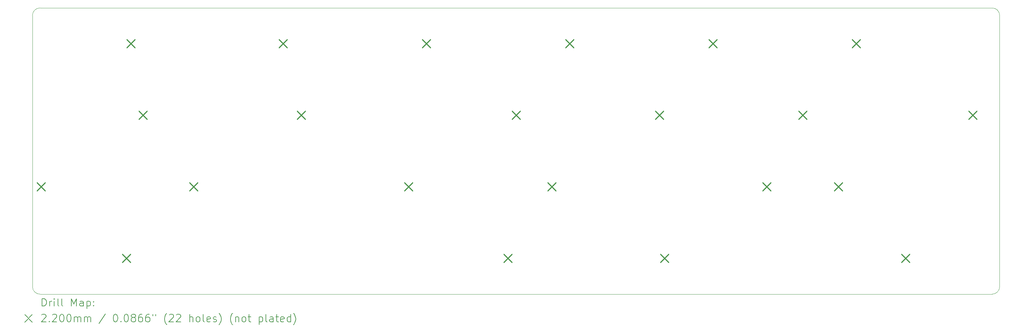
<source format=gbr>
%TF.GenerationSoftware,KiCad,Pcbnew,7.0.5.1-1-g8f565ef7f0-dirty-deb11*%
%TF.CreationDate,Date%
%TF.ProjectId,plate,706c6174-652e-46b6-9963-61645f706362,rev?*%
%TF.SameCoordinates,Original*%
%TF.FileFunction,Drillmap*%
%TF.FilePolarity,Positive*%
%FSLAX45Y45*%
G04 Gerber Fmt 4.5, Leading zero omitted, Abs format (unit mm)*
G04 Created by KiCad*
%MOMM*%
%LPD*%
G01*
G04 APERTURE LIST*
%ADD10C,0.100000*%
%ADD11C,0.200000*%
%ADD12C,0.220000*%
G04 APERTURE END LIST*
D10*
X2136375Y-5359750D02*
G75*
G03*
X1936375Y-5559750I0J-200000D01*
G01*
X1936375Y-12779750D02*
X1936375Y-5559750D01*
X27653875Y-5559750D02*
X27653875Y-12779750D01*
X27453875Y-12979745D02*
G75*
G03*
X27653875Y-12779750I5J199995D01*
G01*
X1936375Y-12779750D02*
G75*
G03*
X2136375Y-12979750I200000J0D01*
G01*
X27453875Y-5359750D02*
X2136375Y-5359750D01*
X2136375Y-12979750D02*
X27453875Y-12979750D01*
X27653880Y-5559750D02*
G75*
G03*
X27453875Y-5359750I-200000J0D01*
G01*
D11*
D12*
X2057000Y-10012250D02*
X2277000Y-10232250D01*
X2277000Y-10012250D02*
X2057000Y-10232250D01*
X4326688Y-11917250D02*
X4546688Y-12137250D01*
X4546688Y-11917250D02*
X4326688Y-12137250D01*
X4445750Y-6202250D02*
X4665750Y-6422250D01*
X4665750Y-6202250D02*
X4445750Y-6422250D01*
X4764500Y-8107250D02*
X4984500Y-8327250D01*
X4984500Y-8107250D02*
X4764500Y-8327250D01*
X6112625Y-10012250D02*
X6332625Y-10232250D01*
X6332625Y-10012250D02*
X6112625Y-10232250D01*
X8493875Y-6202250D02*
X8713875Y-6422250D01*
X8713875Y-6202250D02*
X8493875Y-6422250D01*
X8970125Y-8107250D02*
X9190125Y-8327250D01*
X9190125Y-8107250D02*
X8970125Y-8327250D01*
X11827625Y-10012250D02*
X12047625Y-10232250D01*
X12047625Y-10012250D02*
X11827625Y-10232250D01*
X12303875Y-6202250D02*
X12523875Y-6422250D01*
X12523875Y-6202250D02*
X12303875Y-6422250D01*
X14465862Y-11917215D02*
X14685862Y-12137215D01*
X14685862Y-11917215D02*
X14465862Y-12137215D01*
X14687625Y-8107250D02*
X14907625Y-8327250D01*
X14907625Y-8107250D02*
X14687625Y-8327250D01*
X15637625Y-10012250D02*
X15857625Y-10232250D01*
X15857625Y-10012250D02*
X15637625Y-10232250D01*
X16113875Y-6202250D02*
X16333875Y-6422250D01*
X16333875Y-6202250D02*
X16113875Y-6422250D01*
X18495125Y-8107250D02*
X18715125Y-8327250D01*
X18715125Y-8107250D02*
X18495125Y-8327250D01*
X18633050Y-11917250D02*
X18853050Y-12137250D01*
X18853050Y-11917250D02*
X18633050Y-12137250D01*
X19923875Y-6202250D02*
X20143875Y-6422250D01*
X20143875Y-6202250D02*
X19923875Y-6422250D01*
X21352625Y-10012250D02*
X21572625Y-10232250D01*
X21572625Y-10012250D02*
X21352625Y-10232250D01*
X22305125Y-8107250D02*
X22525125Y-8327250D01*
X22525125Y-8107250D02*
X22305125Y-8327250D01*
X23257625Y-10012250D02*
X23477625Y-10232250D01*
X23477625Y-10012250D02*
X23257625Y-10232250D01*
X23733875Y-6202250D02*
X23953875Y-6422250D01*
X23953875Y-6202250D02*
X23733875Y-6422250D01*
X25043562Y-11917250D02*
X25263562Y-12137250D01*
X25263562Y-11917250D02*
X25043562Y-12137250D01*
X26829500Y-8107250D02*
X27049500Y-8327250D01*
X27049500Y-8107250D02*
X26829500Y-8327250D01*
D11*
X2192152Y-13296234D02*
X2192152Y-13096234D01*
X2192152Y-13096234D02*
X2239771Y-13096234D01*
X2239771Y-13096234D02*
X2268342Y-13105758D01*
X2268342Y-13105758D02*
X2287390Y-13124805D01*
X2287390Y-13124805D02*
X2296914Y-13143853D01*
X2296914Y-13143853D02*
X2306438Y-13181948D01*
X2306438Y-13181948D02*
X2306438Y-13210519D01*
X2306438Y-13210519D02*
X2296914Y-13248615D01*
X2296914Y-13248615D02*
X2287390Y-13267662D01*
X2287390Y-13267662D02*
X2268342Y-13286710D01*
X2268342Y-13286710D02*
X2239771Y-13296234D01*
X2239771Y-13296234D02*
X2192152Y-13296234D01*
X2392152Y-13296234D02*
X2392152Y-13162900D01*
X2392152Y-13200996D02*
X2401676Y-13181948D01*
X2401676Y-13181948D02*
X2411199Y-13172424D01*
X2411199Y-13172424D02*
X2430247Y-13162900D01*
X2430247Y-13162900D02*
X2449295Y-13162900D01*
X2515961Y-13296234D02*
X2515961Y-13162900D01*
X2515961Y-13096234D02*
X2506438Y-13105758D01*
X2506438Y-13105758D02*
X2515961Y-13115281D01*
X2515961Y-13115281D02*
X2525485Y-13105758D01*
X2525485Y-13105758D02*
X2515961Y-13096234D01*
X2515961Y-13096234D02*
X2515961Y-13115281D01*
X2639771Y-13296234D02*
X2620723Y-13286710D01*
X2620723Y-13286710D02*
X2611199Y-13267662D01*
X2611199Y-13267662D02*
X2611199Y-13096234D01*
X2744533Y-13296234D02*
X2725485Y-13286710D01*
X2725485Y-13286710D02*
X2715961Y-13267662D01*
X2715961Y-13267662D02*
X2715961Y-13096234D01*
X2973104Y-13296234D02*
X2973104Y-13096234D01*
X2973104Y-13096234D02*
X3039771Y-13239091D01*
X3039771Y-13239091D02*
X3106437Y-13096234D01*
X3106437Y-13096234D02*
X3106437Y-13296234D01*
X3287390Y-13296234D02*
X3287390Y-13191472D01*
X3287390Y-13191472D02*
X3277866Y-13172424D01*
X3277866Y-13172424D02*
X3258818Y-13162900D01*
X3258818Y-13162900D02*
X3220723Y-13162900D01*
X3220723Y-13162900D02*
X3201676Y-13172424D01*
X3287390Y-13286710D02*
X3268342Y-13296234D01*
X3268342Y-13296234D02*
X3220723Y-13296234D01*
X3220723Y-13296234D02*
X3201676Y-13286710D01*
X3201676Y-13286710D02*
X3192152Y-13267662D01*
X3192152Y-13267662D02*
X3192152Y-13248615D01*
X3192152Y-13248615D02*
X3201676Y-13229567D01*
X3201676Y-13229567D02*
X3220723Y-13220043D01*
X3220723Y-13220043D02*
X3268342Y-13220043D01*
X3268342Y-13220043D02*
X3287390Y-13210519D01*
X3382628Y-13162900D02*
X3382628Y-13362900D01*
X3382628Y-13172424D02*
X3401676Y-13162900D01*
X3401676Y-13162900D02*
X3439771Y-13162900D01*
X3439771Y-13162900D02*
X3458818Y-13172424D01*
X3458818Y-13172424D02*
X3468342Y-13181948D01*
X3468342Y-13181948D02*
X3477866Y-13200996D01*
X3477866Y-13200996D02*
X3477866Y-13258138D01*
X3477866Y-13258138D02*
X3468342Y-13277186D01*
X3468342Y-13277186D02*
X3458818Y-13286710D01*
X3458818Y-13286710D02*
X3439771Y-13296234D01*
X3439771Y-13296234D02*
X3401676Y-13296234D01*
X3401676Y-13296234D02*
X3382628Y-13286710D01*
X3563580Y-13277186D02*
X3573104Y-13286710D01*
X3573104Y-13286710D02*
X3563580Y-13296234D01*
X3563580Y-13296234D02*
X3554057Y-13286710D01*
X3554057Y-13286710D02*
X3563580Y-13277186D01*
X3563580Y-13277186D02*
X3563580Y-13296234D01*
X3563580Y-13172424D02*
X3573104Y-13181948D01*
X3573104Y-13181948D02*
X3563580Y-13191472D01*
X3563580Y-13191472D02*
X3554057Y-13181948D01*
X3554057Y-13181948D02*
X3563580Y-13172424D01*
X3563580Y-13172424D02*
X3563580Y-13191472D01*
X1731375Y-13524750D02*
X1931375Y-13724750D01*
X1931375Y-13524750D02*
X1731375Y-13724750D01*
X2182628Y-13535281D02*
X2192152Y-13525758D01*
X2192152Y-13525758D02*
X2211199Y-13516234D01*
X2211199Y-13516234D02*
X2258819Y-13516234D01*
X2258819Y-13516234D02*
X2277866Y-13525758D01*
X2277866Y-13525758D02*
X2287390Y-13535281D01*
X2287390Y-13535281D02*
X2296914Y-13554329D01*
X2296914Y-13554329D02*
X2296914Y-13573377D01*
X2296914Y-13573377D02*
X2287390Y-13601948D01*
X2287390Y-13601948D02*
X2173104Y-13716234D01*
X2173104Y-13716234D02*
X2296914Y-13716234D01*
X2382628Y-13697186D02*
X2392152Y-13706710D01*
X2392152Y-13706710D02*
X2382628Y-13716234D01*
X2382628Y-13716234D02*
X2373104Y-13706710D01*
X2373104Y-13706710D02*
X2382628Y-13697186D01*
X2382628Y-13697186D02*
X2382628Y-13716234D01*
X2468342Y-13535281D02*
X2477866Y-13525758D01*
X2477866Y-13525758D02*
X2496914Y-13516234D01*
X2496914Y-13516234D02*
X2544533Y-13516234D01*
X2544533Y-13516234D02*
X2563580Y-13525758D01*
X2563580Y-13525758D02*
X2573104Y-13535281D01*
X2573104Y-13535281D02*
X2582628Y-13554329D01*
X2582628Y-13554329D02*
X2582628Y-13573377D01*
X2582628Y-13573377D02*
X2573104Y-13601948D01*
X2573104Y-13601948D02*
X2458819Y-13716234D01*
X2458819Y-13716234D02*
X2582628Y-13716234D01*
X2706438Y-13516234D02*
X2725485Y-13516234D01*
X2725485Y-13516234D02*
X2744533Y-13525758D01*
X2744533Y-13525758D02*
X2754057Y-13535281D01*
X2754057Y-13535281D02*
X2763580Y-13554329D01*
X2763580Y-13554329D02*
X2773104Y-13592424D01*
X2773104Y-13592424D02*
X2773104Y-13640043D01*
X2773104Y-13640043D02*
X2763580Y-13678138D01*
X2763580Y-13678138D02*
X2754057Y-13697186D01*
X2754057Y-13697186D02*
X2744533Y-13706710D01*
X2744533Y-13706710D02*
X2725485Y-13716234D01*
X2725485Y-13716234D02*
X2706438Y-13716234D01*
X2706438Y-13716234D02*
X2687390Y-13706710D01*
X2687390Y-13706710D02*
X2677866Y-13697186D01*
X2677866Y-13697186D02*
X2668342Y-13678138D01*
X2668342Y-13678138D02*
X2658819Y-13640043D01*
X2658819Y-13640043D02*
X2658819Y-13592424D01*
X2658819Y-13592424D02*
X2668342Y-13554329D01*
X2668342Y-13554329D02*
X2677866Y-13535281D01*
X2677866Y-13535281D02*
X2687390Y-13525758D01*
X2687390Y-13525758D02*
X2706438Y-13516234D01*
X2896914Y-13516234D02*
X2915961Y-13516234D01*
X2915961Y-13516234D02*
X2935009Y-13525758D01*
X2935009Y-13525758D02*
X2944533Y-13535281D01*
X2944533Y-13535281D02*
X2954057Y-13554329D01*
X2954057Y-13554329D02*
X2963580Y-13592424D01*
X2963580Y-13592424D02*
X2963580Y-13640043D01*
X2963580Y-13640043D02*
X2954057Y-13678138D01*
X2954057Y-13678138D02*
X2944533Y-13697186D01*
X2944533Y-13697186D02*
X2935009Y-13706710D01*
X2935009Y-13706710D02*
X2915961Y-13716234D01*
X2915961Y-13716234D02*
X2896914Y-13716234D01*
X2896914Y-13716234D02*
X2877866Y-13706710D01*
X2877866Y-13706710D02*
X2868342Y-13697186D01*
X2868342Y-13697186D02*
X2858818Y-13678138D01*
X2858818Y-13678138D02*
X2849295Y-13640043D01*
X2849295Y-13640043D02*
X2849295Y-13592424D01*
X2849295Y-13592424D02*
X2858818Y-13554329D01*
X2858818Y-13554329D02*
X2868342Y-13535281D01*
X2868342Y-13535281D02*
X2877866Y-13525758D01*
X2877866Y-13525758D02*
X2896914Y-13516234D01*
X3049295Y-13716234D02*
X3049295Y-13582900D01*
X3049295Y-13601948D02*
X3058818Y-13592424D01*
X3058818Y-13592424D02*
X3077866Y-13582900D01*
X3077866Y-13582900D02*
X3106438Y-13582900D01*
X3106438Y-13582900D02*
X3125485Y-13592424D01*
X3125485Y-13592424D02*
X3135009Y-13611472D01*
X3135009Y-13611472D02*
X3135009Y-13716234D01*
X3135009Y-13611472D02*
X3144533Y-13592424D01*
X3144533Y-13592424D02*
X3163580Y-13582900D01*
X3163580Y-13582900D02*
X3192152Y-13582900D01*
X3192152Y-13582900D02*
X3211199Y-13592424D01*
X3211199Y-13592424D02*
X3220723Y-13611472D01*
X3220723Y-13611472D02*
X3220723Y-13716234D01*
X3315961Y-13716234D02*
X3315961Y-13582900D01*
X3315961Y-13601948D02*
X3325485Y-13592424D01*
X3325485Y-13592424D02*
X3344533Y-13582900D01*
X3344533Y-13582900D02*
X3373104Y-13582900D01*
X3373104Y-13582900D02*
X3392152Y-13592424D01*
X3392152Y-13592424D02*
X3401676Y-13611472D01*
X3401676Y-13611472D02*
X3401676Y-13716234D01*
X3401676Y-13611472D02*
X3411199Y-13592424D01*
X3411199Y-13592424D02*
X3430247Y-13582900D01*
X3430247Y-13582900D02*
X3458818Y-13582900D01*
X3458818Y-13582900D02*
X3477866Y-13592424D01*
X3477866Y-13592424D02*
X3487390Y-13611472D01*
X3487390Y-13611472D02*
X3487390Y-13716234D01*
X3877866Y-13506710D02*
X3706438Y-13763853D01*
X4135009Y-13516234D02*
X4154057Y-13516234D01*
X4154057Y-13516234D02*
X4173104Y-13525758D01*
X4173104Y-13525758D02*
X4182628Y-13535281D01*
X4182628Y-13535281D02*
X4192152Y-13554329D01*
X4192152Y-13554329D02*
X4201676Y-13592424D01*
X4201676Y-13592424D02*
X4201676Y-13640043D01*
X4201676Y-13640043D02*
X4192152Y-13678138D01*
X4192152Y-13678138D02*
X4182628Y-13697186D01*
X4182628Y-13697186D02*
X4173104Y-13706710D01*
X4173104Y-13706710D02*
X4154057Y-13716234D01*
X4154057Y-13716234D02*
X4135009Y-13716234D01*
X4135009Y-13716234D02*
X4115961Y-13706710D01*
X4115961Y-13706710D02*
X4106438Y-13697186D01*
X4106438Y-13697186D02*
X4096914Y-13678138D01*
X4096914Y-13678138D02*
X4087390Y-13640043D01*
X4087390Y-13640043D02*
X4087390Y-13592424D01*
X4087390Y-13592424D02*
X4096914Y-13554329D01*
X4096914Y-13554329D02*
X4106438Y-13535281D01*
X4106438Y-13535281D02*
X4115961Y-13525758D01*
X4115961Y-13525758D02*
X4135009Y-13516234D01*
X4287390Y-13697186D02*
X4296914Y-13706710D01*
X4296914Y-13706710D02*
X4287390Y-13716234D01*
X4287390Y-13716234D02*
X4277866Y-13706710D01*
X4277866Y-13706710D02*
X4287390Y-13697186D01*
X4287390Y-13697186D02*
X4287390Y-13716234D01*
X4420723Y-13516234D02*
X4439771Y-13516234D01*
X4439771Y-13516234D02*
X4458819Y-13525758D01*
X4458819Y-13525758D02*
X4468343Y-13535281D01*
X4468343Y-13535281D02*
X4477866Y-13554329D01*
X4477866Y-13554329D02*
X4487390Y-13592424D01*
X4487390Y-13592424D02*
X4487390Y-13640043D01*
X4487390Y-13640043D02*
X4477866Y-13678138D01*
X4477866Y-13678138D02*
X4468343Y-13697186D01*
X4468343Y-13697186D02*
X4458819Y-13706710D01*
X4458819Y-13706710D02*
X4439771Y-13716234D01*
X4439771Y-13716234D02*
X4420723Y-13716234D01*
X4420723Y-13716234D02*
X4401676Y-13706710D01*
X4401676Y-13706710D02*
X4392152Y-13697186D01*
X4392152Y-13697186D02*
X4382628Y-13678138D01*
X4382628Y-13678138D02*
X4373104Y-13640043D01*
X4373104Y-13640043D02*
X4373104Y-13592424D01*
X4373104Y-13592424D02*
X4382628Y-13554329D01*
X4382628Y-13554329D02*
X4392152Y-13535281D01*
X4392152Y-13535281D02*
X4401676Y-13525758D01*
X4401676Y-13525758D02*
X4420723Y-13516234D01*
X4601676Y-13601948D02*
X4582628Y-13592424D01*
X4582628Y-13592424D02*
X4573104Y-13582900D01*
X4573104Y-13582900D02*
X4563581Y-13563853D01*
X4563581Y-13563853D02*
X4563581Y-13554329D01*
X4563581Y-13554329D02*
X4573104Y-13535281D01*
X4573104Y-13535281D02*
X4582628Y-13525758D01*
X4582628Y-13525758D02*
X4601676Y-13516234D01*
X4601676Y-13516234D02*
X4639771Y-13516234D01*
X4639771Y-13516234D02*
X4658819Y-13525758D01*
X4658819Y-13525758D02*
X4668343Y-13535281D01*
X4668343Y-13535281D02*
X4677866Y-13554329D01*
X4677866Y-13554329D02*
X4677866Y-13563853D01*
X4677866Y-13563853D02*
X4668343Y-13582900D01*
X4668343Y-13582900D02*
X4658819Y-13592424D01*
X4658819Y-13592424D02*
X4639771Y-13601948D01*
X4639771Y-13601948D02*
X4601676Y-13601948D01*
X4601676Y-13601948D02*
X4582628Y-13611472D01*
X4582628Y-13611472D02*
X4573104Y-13620996D01*
X4573104Y-13620996D02*
X4563581Y-13640043D01*
X4563581Y-13640043D02*
X4563581Y-13678138D01*
X4563581Y-13678138D02*
X4573104Y-13697186D01*
X4573104Y-13697186D02*
X4582628Y-13706710D01*
X4582628Y-13706710D02*
X4601676Y-13716234D01*
X4601676Y-13716234D02*
X4639771Y-13716234D01*
X4639771Y-13716234D02*
X4658819Y-13706710D01*
X4658819Y-13706710D02*
X4668343Y-13697186D01*
X4668343Y-13697186D02*
X4677866Y-13678138D01*
X4677866Y-13678138D02*
X4677866Y-13640043D01*
X4677866Y-13640043D02*
X4668343Y-13620996D01*
X4668343Y-13620996D02*
X4658819Y-13611472D01*
X4658819Y-13611472D02*
X4639771Y-13601948D01*
X4849295Y-13516234D02*
X4811200Y-13516234D01*
X4811200Y-13516234D02*
X4792152Y-13525758D01*
X4792152Y-13525758D02*
X4782628Y-13535281D01*
X4782628Y-13535281D02*
X4763581Y-13563853D01*
X4763581Y-13563853D02*
X4754057Y-13601948D01*
X4754057Y-13601948D02*
X4754057Y-13678138D01*
X4754057Y-13678138D02*
X4763581Y-13697186D01*
X4763581Y-13697186D02*
X4773104Y-13706710D01*
X4773104Y-13706710D02*
X4792152Y-13716234D01*
X4792152Y-13716234D02*
X4830247Y-13716234D01*
X4830247Y-13716234D02*
X4849295Y-13706710D01*
X4849295Y-13706710D02*
X4858819Y-13697186D01*
X4858819Y-13697186D02*
X4868343Y-13678138D01*
X4868343Y-13678138D02*
X4868343Y-13630519D01*
X4868343Y-13630519D02*
X4858819Y-13611472D01*
X4858819Y-13611472D02*
X4849295Y-13601948D01*
X4849295Y-13601948D02*
X4830247Y-13592424D01*
X4830247Y-13592424D02*
X4792152Y-13592424D01*
X4792152Y-13592424D02*
X4773104Y-13601948D01*
X4773104Y-13601948D02*
X4763581Y-13611472D01*
X4763581Y-13611472D02*
X4754057Y-13630519D01*
X5039771Y-13516234D02*
X5001676Y-13516234D01*
X5001676Y-13516234D02*
X4982628Y-13525758D01*
X4982628Y-13525758D02*
X4973104Y-13535281D01*
X4973104Y-13535281D02*
X4954057Y-13563853D01*
X4954057Y-13563853D02*
X4944533Y-13601948D01*
X4944533Y-13601948D02*
X4944533Y-13678138D01*
X4944533Y-13678138D02*
X4954057Y-13697186D01*
X4954057Y-13697186D02*
X4963581Y-13706710D01*
X4963581Y-13706710D02*
X4982628Y-13716234D01*
X4982628Y-13716234D02*
X5020724Y-13716234D01*
X5020724Y-13716234D02*
X5039771Y-13706710D01*
X5039771Y-13706710D02*
X5049295Y-13697186D01*
X5049295Y-13697186D02*
X5058819Y-13678138D01*
X5058819Y-13678138D02*
X5058819Y-13630519D01*
X5058819Y-13630519D02*
X5049295Y-13611472D01*
X5049295Y-13611472D02*
X5039771Y-13601948D01*
X5039771Y-13601948D02*
X5020724Y-13592424D01*
X5020724Y-13592424D02*
X4982628Y-13592424D01*
X4982628Y-13592424D02*
X4963581Y-13601948D01*
X4963581Y-13601948D02*
X4954057Y-13611472D01*
X4954057Y-13611472D02*
X4944533Y-13630519D01*
X5135009Y-13516234D02*
X5135009Y-13554329D01*
X5211200Y-13516234D02*
X5211200Y-13554329D01*
X5506438Y-13792424D02*
X5496914Y-13782900D01*
X5496914Y-13782900D02*
X5477866Y-13754329D01*
X5477866Y-13754329D02*
X5468343Y-13735281D01*
X5468343Y-13735281D02*
X5458819Y-13706710D01*
X5458819Y-13706710D02*
X5449295Y-13659091D01*
X5449295Y-13659091D02*
X5449295Y-13620996D01*
X5449295Y-13620996D02*
X5458819Y-13573377D01*
X5458819Y-13573377D02*
X5468343Y-13544805D01*
X5468343Y-13544805D02*
X5477866Y-13525758D01*
X5477866Y-13525758D02*
X5496914Y-13497186D01*
X5496914Y-13497186D02*
X5506438Y-13487662D01*
X5573105Y-13535281D02*
X5582628Y-13525758D01*
X5582628Y-13525758D02*
X5601676Y-13516234D01*
X5601676Y-13516234D02*
X5649295Y-13516234D01*
X5649295Y-13516234D02*
X5668343Y-13525758D01*
X5668343Y-13525758D02*
X5677866Y-13535281D01*
X5677866Y-13535281D02*
X5687390Y-13554329D01*
X5687390Y-13554329D02*
X5687390Y-13573377D01*
X5687390Y-13573377D02*
X5677866Y-13601948D01*
X5677866Y-13601948D02*
X5563581Y-13716234D01*
X5563581Y-13716234D02*
X5687390Y-13716234D01*
X5763581Y-13535281D02*
X5773104Y-13525758D01*
X5773104Y-13525758D02*
X5792152Y-13516234D01*
X5792152Y-13516234D02*
X5839771Y-13516234D01*
X5839771Y-13516234D02*
X5858819Y-13525758D01*
X5858819Y-13525758D02*
X5868343Y-13535281D01*
X5868343Y-13535281D02*
X5877866Y-13554329D01*
X5877866Y-13554329D02*
X5877866Y-13573377D01*
X5877866Y-13573377D02*
X5868343Y-13601948D01*
X5868343Y-13601948D02*
X5754057Y-13716234D01*
X5754057Y-13716234D02*
X5877866Y-13716234D01*
X6115962Y-13716234D02*
X6115962Y-13516234D01*
X6201676Y-13716234D02*
X6201676Y-13611472D01*
X6201676Y-13611472D02*
X6192152Y-13592424D01*
X6192152Y-13592424D02*
X6173105Y-13582900D01*
X6173105Y-13582900D02*
X6144533Y-13582900D01*
X6144533Y-13582900D02*
X6125485Y-13592424D01*
X6125485Y-13592424D02*
X6115962Y-13601948D01*
X6325485Y-13716234D02*
X6306438Y-13706710D01*
X6306438Y-13706710D02*
X6296914Y-13697186D01*
X6296914Y-13697186D02*
X6287390Y-13678138D01*
X6287390Y-13678138D02*
X6287390Y-13620996D01*
X6287390Y-13620996D02*
X6296914Y-13601948D01*
X6296914Y-13601948D02*
X6306438Y-13592424D01*
X6306438Y-13592424D02*
X6325485Y-13582900D01*
X6325485Y-13582900D02*
X6354057Y-13582900D01*
X6354057Y-13582900D02*
X6373105Y-13592424D01*
X6373105Y-13592424D02*
X6382628Y-13601948D01*
X6382628Y-13601948D02*
X6392152Y-13620996D01*
X6392152Y-13620996D02*
X6392152Y-13678138D01*
X6392152Y-13678138D02*
X6382628Y-13697186D01*
X6382628Y-13697186D02*
X6373105Y-13706710D01*
X6373105Y-13706710D02*
X6354057Y-13716234D01*
X6354057Y-13716234D02*
X6325485Y-13716234D01*
X6506438Y-13716234D02*
X6487390Y-13706710D01*
X6487390Y-13706710D02*
X6477866Y-13687662D01*
X6477866Y-13687662D02*
X6477866Y-13516234D01*
X6658819Y-13706710D02*
X6639771Y-13716234D01*
X6639771Y-13716234D02*
X6601676Y-13716234D01*
X6601676Y-13716234D02*
X6582628Y-13706710D01*
X6582628Y-13706710D02*
X6573105Y-13687662D01*
X6573105Y-13687662D02*
X6573105Y-13611472D01*
X6573105Y-13611472D02*
X6582628Y-13592424D01*
X6582628Y-13592424D02*
X6601676Y-13582900D01*
X6601676Y-13582900D02*
X6639771Y-13582900D01*
X6639771Y-13582900D02*
X6658819Y-13592424D01*
X6658819Y-13592424D02*
X6668343Y-13611472D01*
X6668343Y-13611472D02*
X6668343Y-13630519D01*
X6668343Y-13630519D02*
X6573105Y-13649567D01*
X6744533Y-13706710D02*
X6763581Y-13716234D01*
X6763581Y-13716234D02*
X6801676Y-13716234D01*
X6801676Y-13716234D02*
X6820724Y-13706710D01*
X6820724Y-13706710D02*
X6830247Y-13687662D01*
X6830247Y-13687662D02*
X6830247Y-13678138D01*
X6830247Y-13678138D02*
X6820724Y-13659091D01*
X6820724Y-13659091D02*
X6801676Y-13649567D01*
X6801676Y-13649567D02*
X6773105Y-13649567D01*
X6773105Y-13649567D02*
X6754057Y-13640043D01*
X6754057Y-13640043D02*
X6744533Y-13620996D01*
X6744533Y-13620996D02*
X6744533Y-13611472D01*
X6744533Y-13611472D02*
X6754057Y-13592424D01*
X6754057Y-13592424D02*
X6773105Y-13582900D01*
X6773105Y-13582900D02*
X6801676Y-13582900D01*
X6801676Y-13582900D02*
X6820724Y-13592424D01*
X6896914Y-13792424D02*
X6906438Y-13782900D01*
X6906438Y-13782900D02*
X6925486Y-13754329D01*
X6925486Y-13754329D02*
X6935009Y-13735281D01*
X6935009Y-13735281D02*
X6944533Y-13706710D01*
X6944533Y-13706710D02*
X6954057Y-13659091D01*
X6954057Y-13659091D02*
X6954057Y-13620996D01*
X6954057Y-13620996D02*
X6944533Y-13573377D01*
X6944533Y-13573377D02*
X6935009Y-13544805D01*
X6935009Y-13544805D02*
X6925486Y-13525758D01*
X6925486Y-13525758D02*
X6906438Y-13497186D01*
X6906438Y-13497186D02*
X6896914Y-13487662D01*
X7258819Y-13792424D02*
X7249295Y-13782900D01*
X7249295Y-13782900D02*
X7230247Y-13754329D01*
X7230247Y-13754329D02*
X7220724Y-13735281D01*
X7220724Y-13735281D02*
X7211200Y-13706710D01*
X7211200Y-13706710D02*
X7201676Y-13659091D01*
X7201676Y-13659091D02*
X7201676Y-13620996D01*
X7201676Y-13620996D02*
X7211200Y-13573377D01*
X7211200Y-13573377D02*
X7220724Y-13544805D01*
X7220724Y-13544805D02*
X7230247Y-13525758D01*
X7230247Y-13525758D02*
X7249295Y-13497186D01*
X7249295Y-13497186D02*
X7258819Y-13487662D01*
X7335009Y-13582900D02*
X7335009Y-13716234D01*
X7335009Y-13601948D02*
X7344533Y-13592424D01*
X7344533Y-13592424D02*
X7363581Y-13582900D01*
X7363581Y-13582900D02*
X7392152Y-13582900D01*
X7392152Y-13582900D02*
X7411200Y-13592424D01*
X7411200Y-13592424D02*
X7420724Y-13611472D01*
X7420724Y-13611472D02*
X7420724Y-13716234D01*
X7544533Y-13716234D02*
X7525486Y-13706710D01*
X7525486Y-13706710D02*
X7515962Y-13697186D01*
X7515962Y-13697186D02*
X7506438Y-13678138D01*
X7506438Y-13678138D02*
X7506438Y-13620996D01*
X7506438Y-13620996D02*
X7515962Y-13601948D01*
X7515962Y-13601948D02*
X7525486Y-13592424D01*
X7525486Y-13592424D02*
X7544533Y-13582900D01*
X7544533Y-13582900D02*
X7573105Y-13582900D01*
X7573105Y-13582900D02*
X7592152Y-13592424D01*
X7592152Y-13592424D02*
X7601676Y-13601948D01*
X7601676Y-13601948D02*
X7611200Y-13620996D01*
X7611200Y-13620996D02*
X7611200Y-13678138D01*
X7611200Y-13678138D02*
X7601676Y-13697186D01*
X7601676Y-13697186D02*
X7592152Y-13706710D01*
X7592152Y-13706710D02*
X7573105Y-13716234D01*
X7573105Y-13716234D02*
X7544533Y-13716234D01*
X7668343Y-13582900D02*
X7744533Y-13582900D01*
X7696914Y-13516234D02*
X7696914Y-13687662D01*
X7696914Y-13687662D02*
X7706438Y-13706710D01*
X7706438Y-13706710D02*
X7725486Y-13716234D01*
X7725486Y-13716234D02*
X7744533Y-13716234D01*
X7963581Y-13582900D02*
X7963581Y-13782900D01*
X7963581Y-13592424D02*
X7982628Y-13582900D01*
X7982628Y-13582900D02*
X8020724Y-13582900D01*
X8020724Y-13582900D02*
X8039771Y-13592424D01*
X8039771Y-13592424D02*
X8049295Y-13601948D01*
X8049295Y-13601948D02*
X8058819Y-13620996D01*
X8058819Y-13620996D02*
X8058819Y-13678138D01*
X8058819Y-13678138D02*
X8049295Y-13697186D01*
X8049295Y-13697186D02*
X8039771Y-13706710D01*
X8039771Y-13706710D02*
X8020724Y-13716234D01*
X8020724Y-13716234D02*
X7982628Y-13716234D01*
X7982628Y-13716234D02*
X7963581Y-13706710D01*
X8173105Y-13716234D02*
X8154057Y-13706710D01*
X8154057Y-13706710D02*
X8144533Y-13687662D01*
X8144533Y-13687662D02*
X8144533Y-13516234D01*
X8335009Y-13716234D02*
X8335009Y-13611472D01*
X8335009Y-13611472D02*
X8325486Y-13592424D01*
X8325486Y-13592424D02*
X8306438Y-13582900D01*
X8306438Y-13582900D02*
X8268343Y-13582900D01*
X8268343Y-13582900D02*
X8249295Y-13592424D01*
X8335009Y-13706710D02*
X8315962Y-13716234D01*
X8315962Y-13716234D02*
X8268343Y-13716234D01*
X8268343Y-13716234D02*
X8249295Y-13706710D01*
X8249295Y-13706710D02*
X8239771Y-13687662D01*
X8239771Y-13687662D02*
X8239771Y-13668615D01*
X8239771Y-13668615D02*
X8249295Y-13649567D01*
X8249295Y-13649567D02*
X8268343Y-13640043D01*
X8268343Y-13640043D02*
X8315962Y-13640043D01*
X8315962Y-13640043D02*
X8335009Y-13630519D01*
X8401676Y-13582900D02*
X8477867Y-13582900D01*
X8430248Y-13516234D02*
X8430248Y-13687662D01*
X8430248Y-13687662D02*
X8439771Y-13706710D01*
X8439771Y-13706710D02*
X8458819Y-13716234D01*
X8458819Y-13716234D02*
X8477867Y-13716234D01*
X8620724Y-13706710D02*
X8601676Y-13716234D01*
X8601676Y-13716234D02*
X8563581Y-13716234D01*
X8563581Y-13716234D02*
X8544533Y-13706710D01*
X8544533Y-13706710D02*
X8535010Y-13687662D01*
X8535010Y-13687662D02*
X8535010Y-13611472D01*
X8535010Y-13611472D02*
X8544533Y-13592424D01*
X8544533Y-13592424D02*
X8563581Y-13582900D01*
X8563581Y-13582900D02*
X8601676Y-13582900D01*
X8601676Y-13582900D02*
X8620724Y-13592424D01*
X8620724Y-13592424D02*
X8630248Y-13611472D01*
X8630248Y-13611472D02*
X8630248Y-13630519D01*
X8630248Y-13630519D02*
X8535010Y-13649567D01*
X8801676Y-13716234D02*
X8801676Y-13516234D01*
X8801676Y-13706710D02*
X8782629Y-13716234D01*
X8782629Y-13716234D02*
X8744533Y-13716234D01*
X8744533Y-13716234D02*
X8725486Y-13706710D01*
X8725486Y-13706710D02*
X8715962Y-13697186D01*
X8715962Y-13697186D02*
X8706438Y-13678138D01*
X8706438Y-13678138D02*
X8706438Y-13620996D01*
X8706438Y-13620996D02*
X8715962Y-13601948D01*
X8715962Y-13601948D02*
X8725486Y-13592424D01*
X8725486Y-13592424D02*
X8744533Y-13582900D01*
X8744533Y-13582900D02*
X8782629Y-13582900D01*
X8782629Y-13582900D02*
X8801676Y-13592424D01*
X8877867Y-13792424D02*
X8887391Y-13782900D01*
X8887391Y-13782900D02*
X8906438Y-13754329D01*
X8906438Y-13754329D02*
X8915962Y-13735281D01*
X8915962Y-13735281D02*
X8925486Y-13706710D01*
X8925486Y-13706710D02*
X8935010Y-13659091D01*
X8935010Y-13659091D02*
X8935010Y-13620996D01*
X8935010Y-13620996D02*
X8925486Y-13573377D01*
X8925486Y-13573377D02*
X8915962Y-13544805D01*
X8915962Y-13544805D02*
X8906438Y-13525758D01*
X8906438Y-13525758D02*
X8887391Y-13497186D01*
X8887391Y-13497186D02*
X8877867Y-13487662D01*
M02*

</source>
